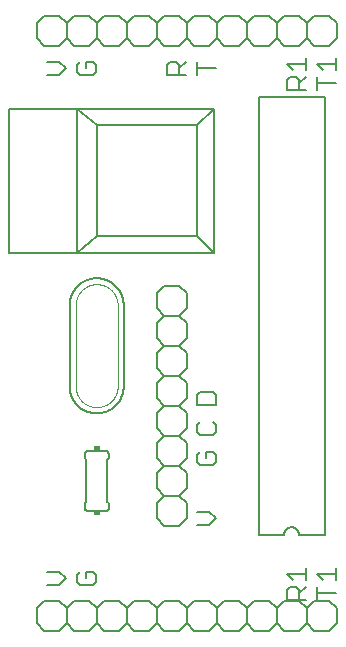
<source format=gto>
G75*
%MOIN*%
%OFA0B0*%
%FSLAX25Y25*%
%IPPOS*%
%LPD*%
%AMOC8*
5,1,8,0,0,1.08239X$1,22.5*
%
%ADD10C,0.00600*%
%ADD11C,0.00200*%
%ADD12R,0.02000X0.01500*%
%ADD13C,0.00800*%
D10*
X0241000Y0088500D02*
X0243500Y0086000D01*
X0248500Y0086000D01*
X0251000Y0088500D01*
X0253500Y0086000D01*
X0258500Y0086000D01*
X0261000Y0088500D01*
X0261000Y0093500D01*
X0258500Y0096000D01*
X0253500Y0096000D01*
X0251000Y0093500D01*
X0251000Y0088500D01*
X0251000Y0093500D02*
X0248500Y0096000D01*
X0243500Y0096000D01*
X0241000Y0093500D01*
X0241000Y0088500D01*
X0244295Y0101300D02*
X0248565Y0101300D01*
X0250700Y0103435D01*
X0248565Y0105570D01*
X0244295Y0105570D01*
X0254295Y0104503D02*
X0254295Y0102368D01*
X0255362Y0101300D01*
X0259632Y0101300D01*
X0260700Y0102368D01*
X0260700Y0104503D01*
X0259632Y0105570D01*
X0257497Y0105570D01*
X0257497Y0103435D01*
X0255362Y0105570D02*
X0254295Y0104503D01*
X0263500Y0096000D02*
X0268500Y0096000D01*
X0271000Y0093500D01*
X0273500Y0096000D01*
X0278500Y0096000D01*
X0281000Y0093500D01*
X0283500Y0096000D01*
X0288500Y0096000D01*
X0291000Y0093500D01*
X0291000Y0088500D01*
X0288500Y0086000D01*
X0283500Y0086000D01*
X0281000Y0088500D01*
X0278500Y0086000D01*
X0273500Y0086000D01*
X0271000Y0088500D01*
X0268500Y0086000D01*
X0263500Y0086000D01*
X0261000Y0088500D01*
X0261000Y0093500D02*
X0263500Y0096000D01*
X0271000Y0093500D02*
X0271000Y0088500D01*
X0281000Y0088500D02*
X0281000Y0093500D01*
X0291000Y0093500D02*
X0293500Y0096000D01*
X0298500Y0096000D01*
X0301000Y0093500D01*
X0303500Y0096000D01*
X0308500Y0096000D01*
X0311000Y0093500D01*
X0313500Y0096000D01*
X0318500Y0096000D01*
X0321000Y0093500D01*
X0321000Y0088500D01*
X0318500Y0086000D01*
X0313500Y0086000D01*
X0311000Y0088500D01*
X0308500Y0086000D01*
X0303500Y0086000D01*
X0301000Y0088500D01*
X0298500Y0086000D01*
X0293500Y0086000D01*
X0291000Y0088500D01*
X0301000Y0088500D02*
X0301000Y0093500D01*
X0311000Y0093500D02*
X0311000Y0088500D01*
X0321000Y0088500D02*
X0323500Y0086000D01*
X0328500Y0086000D01*
X0331000Y0088500D01*
X0333500Y0086000D01*
X0338500Y0086000D01*
X0341000Y0088500D01*
X0341000Y0093500D01*
X0338500Y0096000D01*
X0333500Y0096000D01*
X0331000Y0093500D01*
X0331000Y0088500D01*
X0331000Y0093500D02*
X0328500Y0096000D01*
X0323500Y0096000D01*
X0321000Y0093500D01*
X0324295Y0096300D02*
X0324295Y0099503D01*
X0325362Y0100570D01*
X0327497Y0100570D01*
X0328565Y0099503D01*
X0328565Y0096300D01*
X0330700Y0096300D02*
X0324295Y0096300D01*
X0328565Y0098435D02*
X0330700Y0100570D01*
X0330700Y0102745D02*
X0330700Y0107016D01*
X0330700Y0104881D02*
X0324295Y0104881D01*
X0326430Y0102745D01*
X0334295Y0104881D02*
X0340700Y0104881D01*
X0340700Y0107016D02*
X0340700Y0102745D01*
X0336430Y0102745D02*
X0334295Y0104881D01*
X0334295Y0100570D02*
X0334295Y0096300D01*
X0334295Y0098435D02*
X0340700Y0098435D01*
X0337000Y0118000D02*
X0328500Y0118000D01*
X0328498Y0118098D01*
X0328492Y0118196D01*
X0328483Y0118294D01*
X0328469Y0118391D01*
X0328452Y0118488D01*
X0328431Y0118584D01*
X0328406Y0118679D01*
X0328378Y0118773D01*
X0328345Y0118865D01*
X0328310Y0118957D01*
X0328270Y0119047D01*
X0328228Y0119135D01*
X0328181Y0119222D01*
X0328132Y0119306D01*
X0328079Y0119389D01*
X0328023Y0119469D01*
X0327963Y0119548D01*
X0327901Y0119624D01*
X0327836Y0119697D01*
X0327768Y0119768D01*
X0327697Y0119836D01*
X0327624Y0119901D01*
X0327548Y0119963D01*
X0327469Y0120023D01*
X0327389Y0120079D01*
X0327306Y0120132D01*
X0327222Y0120181D01*
X0327135Y0120228D01*
X0327047Y0120270D01*
X0326957Y0120310D01*
X0326865Y0120345D01*
X0326773Y0120378D01*
X0326679Y0120406D01*
X0326584Y0120431D01*
X0326488Y0120452D01*
X0326391Y0120469D01*
X0326294Y0120483D01*
X0326196Y0120492D01*
X0326098Y0120498D01*
X0326000Y0120500D01*
X0325902Y0120498D01*
X0325804Y0120492D01*
X0325706Y0120483D01*
X0325609Y0120469D01*
X0325512Y0120452D01*
X0325416Y0120431D01*
X0325321Y0120406D01*
X0325227Y0120378D01*
X0325135Y0120345D01*
X0325043Y0120310D01*
X0324953Y0120270D01*
X0324865Y0120228D01*
X0324778Y0120181D01*
X0324694Y0120132D01*
X0324611Y0120079D01*
X0324531Y0120023D01*
X0324452Y0119963D01*
X0324376Y0119901D01*
X0324303Y0119836D01*
X0324232Y0119768D01*
X0324164Y0119697D01*
X0324099Y0119624D01*
X0324037Y0119548D01*
X0323977Y0119469D01*
X0323921Y0119389D01*
X0323868Y0119306D01*
X0323819Y0119222D01*
X0323772Y0119135D01*
X0323730Y0119047D01*
X0323690Y0118957D01*
X0323655Y0118865D01*
X0323622Y0118773D01*
X0323594Y0118679D01*
X0323569Y0118584D01*
X0323548Y0118488D01*
X0323531Y0118391D01*
X0323517Y0118294D01*
X0323508Y0118196D01*
X0323502Y0118098D01*
X0323500Y0118000D01*
X0315000Y0118000D01*
X0315000Y0264000D01*
X0337000Y0264000D01*
X0337000Y0118000D01*
X0300700Y0123435D02*
X0298565Y0121300D01*
X0294295Y0121300D01*
X0291000Y0123500D02*
X0291000Y0128500D01*
X0288500Y0131000D01*
X0291000Y0133500D01*
X0291000Y0138500D01*
X0288500Y0141000D01*
X0283500Y0141000D01*
X0281000Y0138500D01*
X0281000Y0133500D01*
X0283500Y0131000D01*
X0288500Y0131000D01*
X0283500Y0131000D02*
X0281000Y0128500D01*
X0281000Y0123500D01*
X0283500Y0121000D01*
X0288500Y0121000D01*
X0291000Y0123500D01*
X0294295Y0125570D02*
X0298565Y0125570D01*
X0300700Y0123435D01*
X0299632Y0141300D02*
X0295362Y0141300D01*
X0294295Y0142368D01*
X0294295Y0144503D01*
X0295362Y0145570D01*
X0297497Y0145570D02*
X0297497Y0143435D01*
X0297497Y0145570D02*
X0299632Y0145570D01*
X0300700Y0144503D01*
X0300700Y0142368D01*
X0299632Y0141300D01*
X0291000Y0143500D02*
X0288500Y0141000D01*
X0291000Y0143500D02*
X0291000Y0148500D01*
X0288500Y0151000D01*
X0291000Y0153500D01*
X0291000Y0158500D01*
X0288500Y0161000D01*
X0291000Y0163500D01*
X0291000Y0168500D01*
X0288500Y0171000D01*
X0283500Y0171000D01*
X0281000Y0168500D01*
X0281000Y0163500D01*
X0283500Y0161000D01*
X0288500Y0161000D01*
X0283500Y0161000D02*
X0281000Y0158500D01*
X0281000Y0153500D01*
X0283500Y0151000D01*
X0288500Y0151000D01*
X0283500Y0151000D02*
X0281000Y0148500D01*
X0281000Y0143500D01*
X0283500Y0141000D01*
X0294295Y0152368D02*
X0295362Y0151300D01*
X0299632Y0151300D01*
X0300700Y0152368D01*
X0300700Y0154503D01*
X0299632Y0155570D01*
X0295362Y0155570D02*
X0294295Y0154503D01*
X0294295Y0152368D01*
X0294295Y0161300D02*
X0294295Y0164503D01*
X0295362Y0165570D01*
X0299632Y0165570D01*
X0300700Y0164503D01*
X0300700Y0161300D01*
X0294295Y0161300D01*
X0288500Y0171000D02*
X0291000Y0173500D01*
X0291000Y0178500D01*
X0288500Y0181000D01*
X0291000Y0183500D01*
X0291000Y0188500D01*
X0288500Y0191000D01*
X0291000Y0193500D01*
X0291000Y0198500D01*
X0288500Y0201000D01*
X0283500Y0201000D01*
X0281000Y0198500D01*
X0281000Y0193500D01*
X0283500Y0191000D01*
X0288500Y0191000D01*
X0283500Y0191000D02*
X0281000Y0188500D01*
X0281000Y0183500D01*
X0283500Y0181000D01*
X0288500Y0181000D01*
X0283500Y0181000D02*
X0281000Y0178500D01*
X0281000Y0173500D01*
X0283500Y0171000D01*
X0270000Y0167500D02*
X0270000Y0194500D01*
X0269997Y0194719D01*
X0269989Y0194938D01*
X0269976Y0195157D01*
X0269957Y0195375D01*
X0269933Y0195593D01*
X0269904Y0195810D01*
X0269870Y0196027D01*
X0269830Y0196242D01*
X0269785Y0196457D01*
X0269734Y0196670D01*
X0269679Y0196882D01*
X0269618Y0197093D01*
X0269553Y0197302D01*
X0269482Y0197509D01*
X0269406Y0197715D01*
X0269325Y0197919D01*
X0269240Y0198121D01*
X0269149Y0198320D01*
X0269054Y0198517D01*
X0268953Y0198712D01*
X0268848Y0198905D01*
X0268739Y0199095D01*
X0268625Y0199282D01*
X0268506Y0199466D01*
X0268383Y0199647D01*
X0268255Y0199825D01*
X0268123Y0200001D01*
X0267987Y0200172D01*
X0267847Y0200341D01*
X0267703Y0200506D01*
X0267555Y0200667D01*
X0267403Y0200825D01*
X0267247Y0200979D01*
X0267087Y0201129D01*
X0266924Y0201276D01*
X0266757Y0201418D01*
X0266587Y0201556D01*
X0266413Y0201690D01*
X0266237Y0201820D01*
X0266057Y0201945D01*
X0265874Y0202066D01*
X0265688Y0202182D01*
X0265500Y0202294D01*
X0265309Y0202401D01*
X0265115Y0202504D01*
X0264919Y0202602D01*
X0264721Y0202695D01*
X0264520Y0202783D01*
X0264317Y0202866D01*
X0264112Y0202945D01*
X0263906Y0203018D01*
X0263698Y0203086D01*
X0263488Y0203149D01*
X0263276Y0203207D01*
X0263064Y0203260D01*
X0262850Y0203308D01*
X0262635Y0203350D01*
X0262419Y0203387D01*
X0262202Y0203419D01*
X0261984Y0203446D01*
X0261766Y0203467D01*
X0261548Y0203483D01*
X0261329Y0203494D01*
X0261110Y0203499D01*
X0260890Y0203499D01*
X0260671Y0203494D01*
X0260452Y0203483D01*
X0260234Y0203467D01*
X0260016Y0203446D01*
X0259798Y0203419D01*
X0259581Y0203387D01*
X0259365Y0203350D01*
X0259150Y0203308D01*
X0258936Y0203260D01*
X0258724Y0203207D01*
X0258512Y0203149D01*
X0258302Y0203086D01*
X0258094Y0203018D01*
X0257888Y0202945D01*
X0257683Y0202866D01*
X0257480Y0202783D01*
X0257279Y0202695D01*
X0257081Y0202602D01*
X0256885Y0202504D01*
X0256691Y0202401D01*
X0256500Y0202294D01*
X0256312Y0202182D01*
X0256126Y0202066D01*
X0255943Y0201945D01*
X0255763Y0201820D01*
X0255587Y0201690D01*
X0255413Y0201556D01*
X0255243Y0201418D01*
X0255076Y0201276D01*
X0254913Y0201129D01*
X0254753Y0200979D01*
X0254597Y0200825D01*
X0254445Y0200667D01*
X0254297Y0200506D01*
X0254153Y0200341D01*
X0254013Y0200172D01*
X0253877Y0200001D01*
X0253745Y0199825D01*
X0253617Y0199647D01*
X0253494Y0199466D01*
X0253375Y0199282D01*
X0253261Y0199095D01*
X0253152Y0198905D01*
X0253047Y0198712D01*
X0252946Y0198517D01*
X0252851Y0198320D01*
X0252760Y0198121D01*
X0252675Y0197919D01*
X0252594Y0197715D01*
X0252518Y0197509D01*
X0252447Y0197302D01*
X0252382Y0197093D01*
X0252321Y0196882D01*
X0252266Y0196670D01*
X0252215Y0196457D01*
X0252170Y0196242D01*
X0252130Y0196027D01*
X0252096Y0195810D01*
X0252067Y0195593D01*
X0252043Y0195375D01*
X0252024Y0195157D01*
X0252011Y0194938D01*
X0252003Y0194719D01*
X0252000Y0194500D01*
X0252000Y0167500D01*
X0252003Y0167281D01*
X0252011Y0167062D01*
X0252024Y0166843D01*
X0252043Y0166625D01*
X0252067Y0166407D01*
X0252096Y0166190D01*
X0252130Y0165973D01*
X0252170Y0165758D01*
X0252215Y0165543D01*
X0252266Y0165330D01*
X0252321Y0165118D01*
X0252382Y0164907D01*
X0252447Y0164698D01*
X0252518Y0164491D01*
X0252594Y0164285D01*
X0252675Y0164081D01*
X0252760Y0163879D01*
X0252851Y0163680D01*
X0252946Y0163483D01*
X0253047Y0163288D01*
X0253152Y0163095D01*
X0253261Y0162905D01*
X0253375Y0162718D01*
X0253494Y0162534D01*
X0253617Y0162353D01*
X0253745Y0162175D01*
X0253877Y0161999D01*
X0254013Y0161828D01*
X0254153Y0161659D01*
X0254297Y0161494D01*
X0254445Y0161333D01*
X0254597Y0161175D01*
X0254753Y0161021D01*
X0254913Y0160871D01*
X0255076Y0160724D01*
X0255243Y0160582D01*
X0255413Y0160444D01*
X0255587Y0160310D01*
X0255763Y0160180D01*
X0255943Y0160055D01*
X0256126Y0159934D01*
X0256312Y0159818D01*
X0256500Y0159706D01*
X0256691Y0159599D01*
X0256885Y0159496D01*
X0257081Y0159398D01*
X0257279Y0159305D01*
X0257480Y0159217D01*
X0257683Y0159134D01*
X0257888Y0159055D01*
X0258094Y0158982D01*
X0258302Y0158914D01*
X0258512Y0158851D01*
X0258724Y0158793D01*
X0258936Y0158740D01*
X0259150Y0158692D01*
X0259365Y0158650D01*
X0259581Y0158613D01*
X0259798Y0158581D01*
X0260016Y0158554D01*
X0260234Y0158533D01*
X0260452Y0158517D01*
X0260671Y0158506D01*
X0260890Y0158501D01*
X0261110Y0158501D01*
X0261329Y0158506D01*
X0261548Y0158517D01*
X0261766Y0158533D01*
X0261984Y0158554D01*
X0262202Y0158581D01*
X0262419Y0158613D01*
X0262635Y0158650D01*
X0262850Y0158692D01*
X0263064Y0158740D01*
X0263276Y0158793D01*
X0263488Y0158851D01*
X0263698Y0158914D01*
X0263906Y0158982D01*
X0264112Y0159055D01*
X0264317Y0159134D01*
X0264520Y0159217D01*
X0264721Y0159305D01*
X0264919Y0159398D01*
X0265115Y0159496D01*
X0265309Y0159599D01*
X0265500Y0159706D01*
X0265688Y0159818D01*
X0265874Y0159934D01*
X0266057Y0160055D01*
X0266237Y0160180D01*
X0266413Y0160310D01*
X0266587Y0160444D01*
X0266757Y0160582D01*
X0266924Y0160724D01*
X0267087Y0160871D01*
X0267247Y0161021D01*
X0267403Y0161175D01*
X0267555Y0161333D01*
X0267703Y0161494D01*
X0267847Y0161659D01*
X0267987Y0161828D01*
X0268123Y0161999D01*
X0268255Y0162175D01*
X0268383Y0162353D01*
X0268506Y0162534D01*
X0268625Y0162718D01*
X0268739Y0162905D01*
X0268848Y0163095D01*
X0268953Y0163288D01*
X0269054Y0163483D01*
X0269149Y0163680D01*
X0269240Y0163879D01*
X0269325Y0164081D01*
X0269406Y0164285D01*
X0269482Y0164491D01*
X0269553Y0164698D01*
X0269618Y0164907D01*
X0269679Y0165118D01*
X0269734Y0165330D01*
X0269785Y0165543D01*
X0269830Y0165758D01*
X0269870Y0165973D01*
X0269904Y0166190D01*
X0269933Y0166407D01*
X0269957Y0166625D01*
X0269976Y0166843D01*
X0269989Y0167062D01*
X0269997Y0167281D01*
X0270000Y0167500D01*
X0264000Y0146000D02*
X0258000Y0146000D01*
X0257940Y0145998D01*
X0257879Y0145993D01*
X0257820Y0145984D01*
X0257761Y0145971D01*
X0257702Y0145955D01*
X0257645Y0145935D01*
X0257590Y0145912D01*
X0257535Y0145885D01*
X0257483Y0145856D01*
X0257432Y0145823D01*
X0257383Y0145787D01*
X0257337Y0145749D01*
X0257293Y0145707D01*
X0257251Y0145663D01*
X0257213Y0145617D01*
X0257177Y0145568D01*
X0257144Y0145517D01*
X0257115Y0145465D01*
X0257088Y0145410D01*
X0257065Y0145355D01*
X0257045Y0145298D01*
X0257029Y0145239D01*
X0257016Y0145180D01*
X0257007Y0145121D01*
X0257002Y0145060D01*
X0257000Y0145000D01*
X0257000Y0143500D01*
X0257500Y0143000D01*
X0257500Y0129000D01*
X0257000Y0128500D01*
X0257000Y0127000D01*
X0257002Y0126940D01*
X0257007Y0126879D01*
X0257016Y0126820D01*
X0257029Y0126761D01*
X0257045Y0126702D01*
X0257065Y0126645D01*
X0257088Y0126590D01*
X0257115Y0126535D01*
X0257144Y0126483D01*
X0257177Y0126432D01*
X0257213Y0126383D01*
X0257251Y0126337D01*
X0257293Y0126293D01*
X0257337Y0126251D01*
X0257383Y0126213D01*
X0257432Y0126177D01*
X0257483Y0126144D01*
X0257535Y0126115D01*
X0257590Y0126088D01*
X0257645Y0126065D01*
X0257702Y0126045D01*
X0257761Y0126029D01*
X0257820Y0126016D01*
X0257879Y0126007D01*
X0257940Y0126002D01*
X0258000Y0126000D01*
X0264000Y0126000D01*
X0264060Y0126002D01*
X0264121Y0126007D01*
X0264180Y0126016D01*
X0264239Y0126029D01*
X0264298Y0126045D01*
X0264355Y0126065D01*
X0264410Y0126088D01*
X0264465Y0126115D01*
X0264517Y0126144D01*
X0264568Y0126177D01*
X0264617Y0126213D01*
X0264663Y0126251D01*
X0264707Y0126293D01*
X0264749Y0126337D01*
X0264787Y0126383D01*
X0264823Y0126432D01*
X0264856Y0126483D01*
X0264885Y0126535D01*
X0264912Y0126590D01*
X0264935Y0126645D01*
X0264955Y0126702D01*
X0264971Y0126761D01*
X0264984Y0126820D01*
X0264993Y0126879D01*
X0264998Y0126940D01*
X0265000Y0127000D01*
X0265000Y0128500D01*
X0264500Y0129000D01*
X0264500Y0143000D01*
X0265000Y0143500D01*
X0265000Y0145000D01*
X0264998Y0145060D01*
X0264993Y0145121D01*
X0264984Y0145180D01*
X0264971Y0145239D01*
X0264955Y0145298D01*
X0264935Y0145355D01*
X0264912Y0145410D01*
X0264885Y0145465D01*
X0264856Y0145517D01*
X0264823Y0145568D01*
X0264787Y0145617D01*
X0264749Y0145663D01*
X0264707Y0145707D01*
X0264663Y0145749D01*
X0264617Y0145787D01*
X0264568Y0145823D01*
X0264517Y0145856D01*
X0264465Y0145885D01*
X0264410Y0145912D01*
X0264355Y0145935D01*
X0264298Y0145955D01*
X0264239Y0145971D01*
X0264180Y0145984D01*
X0264121Y0145993D01*
X0264060Y0145998D01*
X0264000Y0146000D01*
X0324295Y0266300D02*
X0324295Y0269503D01*
X0325362Y0270570D01*
X0327497Y0270570D01*
X0328565Y0269503D01*
X0328565Y0266300D01*
X0330700Y0266300D02*
X0324295Y0266300D01*
X0328565Y0268435D02*
X0330700Y0270570D01*
X0330700Y0272745D02*
X0330700Y0277016D01*
X0330700Y0274881D02*
X0324295Y0274881D01*
X0326430Y0272745D01*
X0334295Y0274881D02*
X0340700Y0274881D01*
X0340700Y0277016D02*
X0340700Y0272745D01*
X0336430Y0272745D02*
X0334295Y0274881D01*
X0334295Y0270570D02*
X0334295Y0266300D01*
X0334295Y0268435D02*
X0340700Y0268435D01*
X0338500Y0281000D02*
X0333500Y0281000D01*
X0331000Y0283500D01*
X0328500Y0281000D01*
X0323500Y0281000D01*
X0321000Y0283500D01*
X0318500Y0281000D01*
X0313500Y0281000D01*
X0311000Y0283500D01*
X0308500Y0281000D01*
X0303500Y0281000D01*
X0301000Y0283500D01*
X0298500Y0281000D01*
X0293500Y0281000D01*
X0291000Y0283500D01*
X0288500Y0281000D01*
X0283500Y0281000D01*
X0281000Y0283500D01*
X0278500Y0281000D01*
X0273500Y0281000D01*
X0271000Y0283500D01*
X0268500Y0281000D01*
X0263500Y0281000D01*
X0261000Y0283500D01*
X0258500Y0281000D01*
X0253500Y0281000D01*
X0251000Y0283500D01*
X0248500Y0281000D01*
X0243500Y0281000D01*
X0241000Y0283500D01*
X0241000Y0288500D01*
X0243500Y0291000D01*
X0248500Y0291000D01*
X0251000Y0288500D01*
X0253500Y0291000D01*
X0258500Y0291000D01*
X0261000Y0288500D01*
X0261000Y0283500D01*
X0261000Y0288500D02*
X0263500Y0291000D01*
X0268500Y0291000D01*
X0271000Y0288500D01*
X0273500Y0291000D01*
X0278500Y0291000D01*
X0281000Y0288500D01*
X0283500Y0291000D01*
X0288500Y0291000D01*
X0291000Y0288500D01*
X0291000Y0283500D01*
X0291000Y0288500D02*
X0293500Y0291000D01*
X0298500Y0291000D01*
X0301000Y0288500D01*
X0303500Y0291000D01*
X0308500Y0291000D01*
X0311000Y0288500D01*
X0313500Y0291000D01*
X0318500Y0291000D01*
X0321000Y0288500D01*
X0321000Y0283500D01*
X0321000Y0288500D02*
X0323500Y0291000D01*
X0328500Y0291000D01*
X0331000Y0288500D01*
X0333500Y0291000D01*
X0338500Y0291000D01*
X0341000Y0288500D01*
X0341000Y0283500D01*
X0338500Y0281000D01*
X0331000Y0283500D02*
X0331000Y0288500D01*
X0311000Y0288500D02*
X0311000Y0283500D01*
X0301000Y0283500D02*
X0301000Y0288500D01*
X0294295Y0275570D02*
X0294295Y0271300D01*
X0294295Y0273435D02*
X0300700Y0273435D01*
X0290700Y0271300D02*
X0284295Y0271300D01*
X0284295Y0274503D01*
X0285362Y0275570D01*
X0287497Y0275570D01*
X0288565Y0274503D01*
X0288565Y0271300D01*
X0288565Y0273435D02*
X0290700Y0275570D01*
X0281000Y0283500D02*
X0281000Y0288500D01*
X0271000Y0288500D02*
X0271000Y0283500D01*
X0260700Y0274503D02*
X0259632Y0275570D01*
X0257497Y0275570D01*
X0257497Y0273435D01*
X0255362Y0271300D02*
X0259632Y0271300D01*
X0260700Y0272368D01*
X0260700Y0274503D01*
X0255362Y0275570D02*
X0254295Y0274503D01*
X0254295Y0272368D01*
X0255362Y0271300D01*
X0250700Y0273435D02*
X0248565Y0275570D01*
X0244295Y0275570D01*
X0244295Y0271300D02*
X0248565Y0271300D01*
X0250700Y0273435D01*
X0251000Y0283500D02*
X0251000Y0288500D01*
D11*
X0254000Y0194500D02*
X0254000Y0167500D01*
X0254002Y0167330D01*
X0254008Y0167159D01*
X0254019Y0166989D01*
X0254033Y0166819D01*
X0254052Y0166650D01*
X0254075Y0166481D01*
X0254101Y0166312D01*
X0254132Y0166145D01*
X0254167Y0165978D01*
X0254207Y0165812D01*
X0254250Y0165647D01*
X0254297Y0165483D01*
X0254348Y0165321D01*
X0254403Y0165159D01*
X0254462Y0164999D01*
X0254525Y0164841D01*
X0254591Y0164684D01*
X0254662Y0164529D01*
X0254736Y0164375D01*
X0254814Y0164224D01*
X0254896Y0164074D01*
X0254981Y0163926D01*
X0255070Y0163781D01*
X0255162Y0163638D01*
X0255258Y0163497D01*
X0255357Y0163358D01*
X0255460Y0163222D01*
X0255565Y0163088D01*
X0255674Y0162957D01*
X0255787Y0162829D01*
X0255902Y0162703D01*
X0256020Y0162580D01*
X0256141Y0162461D01*
X0256266Y0162344D01*
X0256393Y0162230D01*
X0256522Y0162119D01*
X0256655Y0162012D01*
X0256790Y0161908D01*
X0256927Y0161807D01*
X0257067Y0161709D01*
X0257209Y0161615D01*
X0257353Y0161525D01*
X0257500Y0161438D01*
X0257649Y0161354D01*
X0257799Y0161275D01*
X0257952Y0161199D01*
X0258106Y0161126D01*
X0258262Y0161058D01*
X0258420Y0160993D01*
X0258579Y0160932D01*
X0258740Y0160875D01*
X0258902Y0160822D01*
X0259065Y0160773D01*
X0259229Y0160728D01*
X0259395Y0160687D01*
X0259561Y0160649D01*
X0259729Y0160616D01*
X0259897Y0160588D01*
X0260065Y0160563D01*
X0260234Y0160542D01*
X0260404Y0160525D01*
X0260574Y0160513D01*
X0260744Y0160505D01*
X0260915Y0160501D01*
X0261085Y0160501D01*
X0261256Y0160505D01*
X0261426Y0160513D01*
X0261596Y0160525D01*
X0261766Y0160542D01*
X0261935Y0160563D01*
X0262103Y0160588D01*
X0262271Y0160616D01*
X0262439Y0160649D01*
X0262605Y0160687D01*
X0262771Y0160728D01*
X0262935Y0160773D01*
X0263098Y0160822D01*
X0263260Y0160875D01*
X0263421Y0160932D01*
X0263580Y0160993D01*
X0263738Y0161058D01*
X0263894Y0161126D01*
X0264048Y0161199D01*
X0264201Y0161275D01*
X0264351Y0161354D01*
X0264500Y0161438D01*
X0264647Y0161525D01*
X0264791Y0161615D01*
X0264933Y0161709D01*
X0265073Y0161807D01*
X0265210Y0161908D01*
X0265345Y0162012D01*
X0265478Y0162119D01*
X0265607Y0162230D01*
X0265734Y0162344D01*
X0265859Y0162461D01*
X0265980Y0162580D01*
X0266098Y0162703D01*
X0266213Y0162829D01*
X0266326Y0162957D01*
X0266435Y0163088D01*
X0266540Y0163222D01*
X0266643Y0163358D01*
X0266742Y0163497D01*
X0266838Y0163638D01*
X0266930Y0163781D01*
X0267019Y0163926D01*
X0267104Y0164074D01*
X0267186Y0164224D01*
X0267264Y0164375D01*
X0267338Y0164529D01*
X0267409Y0164684D01*
X0267475Y0164841D01*
X0267538Y0164999D01*
X0267597Y0165159D01*
X0267652Y0165321D01*
X0267703Y0165483D01*
X0267750Y0165647D01*
X0267793Y0165812D01*
X0267833Y0165978D01*
X0267868Y0166145D01*
X0267899Y0166312D01*
X0267925Y0166481D01*
X0267948Y0166650D01*
X0267967Y0166819D01*
X0267981Y0166989D01*
X0267992Y0167159D01*
X0267998Y0167330D01*
X0268000Y0167500D01*
X0268000Y0194500D01*
X0267998Y0194670D01*
X0267992Y0194841D01*
X0267981Y0195011D01*
X0267967Y0195181D01*
X0267948Y0195350D01*
X0267925Y0195519D01*
X0267899Y0195688D01*
X0267868Y0195855D01*
X0267833Y0196022D01*
X0267793Y0196188D01*
X0267750Y0196353D01*
X0267703Y0196517D01*
X0267652Y0196679D01*
X0267597Y0196841D01*
X0267538Y0197001D01*
X0267475Y0197159D01*
X0267409Y0197316D01*
X0267338Y0197471D01*
X0267264Y0197625D01*
X0267186Y0197776D01*
X0267104Y0197926D01*
X0267019Y0198074D01*
X0266930Y0198219D01*
X0266838Y0198362D01*
X0266742Y0198503D01*
X0266643Y0198642D01*
X0266540Y0198778D01*
X0266435Y0198912D01*
X0266326Y0199043D01*
X0266213Y0199171D01*
X0266098Y0199297D01*
X0265980Y0199420D01*
X0265859Y0199539D01*
X0265734Y0199656D01*
X0265607Y0199770D01*
X0265478Y0199881D01*
X0265345Y0199988D01*
X0265210Y0200092D01*
X0265073Y0200193D01*
X0264933Y0200291D01*
X0264791Y0200385D01*
X0264647Y0200475D01*
X0264500Y0200562D01*
X0264351Y0200646D01*
X0264201Y0200725D01*
X0264048Y0200801D01*
X0263894Y0200874D01*
X0263738Y0200942D01*
X0263580Y0201007D01*
X0263421Y0201068D01*
X0263260Y0201125D01*
X0263098Y0201178D01*
X0262935Y0201227D01*
X0262771Y0201272D01*
X0262605Y0201313D01*
X0262439Y0201351D01*
X0262271Y0201384D01*
X0262103Y0201412D01*
X0261935Y0201437D01*
X0261766Y0201458D01*
X0261596Y0201475D01*
X0261426Y0201487D01*
X0261256Y0201495D01*
X0261085Y0201499D01*
X0260915Y0201499D01*
X0260744Y0201495D01*
X0260574Y0201487D01*
X0260404Y0201475D01*
X0260234Y0201458D01*
X0260065Y0201437D01*
X0259897Y0201412D01*
X0259729Y0201384D01*
X0259561Y0201351D01*
X0259395Y0201313D01*
X0259229Y0201272D01*
X0259065Y0201227D01*
X0258902Y0201178D01*
X0258740Y0201125D01*
X0258579Y0201068D01*
X0258420Y0201007D01*
X0258262Y0200942D01*
X0258106Y0200874D01*
X0257952Y0200801D01*
X0257799Y0200725D01*
X0257649Y0200646D01*
X0257500Y0200562D01*
X0257353Y0200475D01*
X0257209Y0200385D01*
X0257067Y0200291D01*
X0256927Y0200193D01*
X0256790Y0200092D01*
X0256655Y0199988D01*
X0256522Y0199881D01*
X0256393Y0199770D01*
X0256266Y0199656D01*
X0256141Y0199539D01*
X0256020Y0199420D01*
X0255902Y0199297D01*
X0255787Y0199171D01*
X0255674Y0199043D01*
X0255565Y0198912D01*
X0255460Y0198778D01*
X0255357Y0198642D01*
X0255258Y0198503D01*
X0255162Y0198362D01*
X0255070Y0198219D01*
X0254981Y0198074D01*
X0254896Y0197926D01*
X0254814Y0197776D01*
X0254736Y0197625D01*
X0254662Y0197471D01*
X0254591Y0197316D01*
X0254525Y0197159D01*
X0254462Y0197001D01*
X0254403Y0196841D01*
X0254348Y0196679D01*
X0254297Y0196517D01*
X0254250Y0196353D01*
X0254207Y0196188D01*
X0254167Y0196022D01*
X0254132Y0195855D01*
X0254101Y0195688D01*
X0254075Y0195519D01*
X0254052Y0195350D01*
X0254033Y0195181D01*
X0254019Y0195011D01*
X0254008Y0194841D01*
X0254002Y0194670D01*
X0254000Y0194500D01*
D12*
X0261000Y0146750D03*
X0261000Y0125250D03*
D13*
X0254327Y0211984D02*
X0231926Y0211984D01*
X0231926Y0260016D01*
X0254327Y0260016D01*
X0261000Y0254500D01*
X0294500Y0254500D01*
X0300074Y0260016D01*
X0254327Y0260016D01*
X0254327Y0211984D01*
X0261000Y0217500D01*
X0294500Y0217500D01*
X0294500Y0254500D01*
X0300074Y0260016D02*
X0300074Y0211984D01*
X0294500Y0217500D01*
X0300074Y0211984D02*
X0254327Y0211984D01*
X0261000Y0217500D02*
X0261000Y0254500D01*
M02*

</source>
